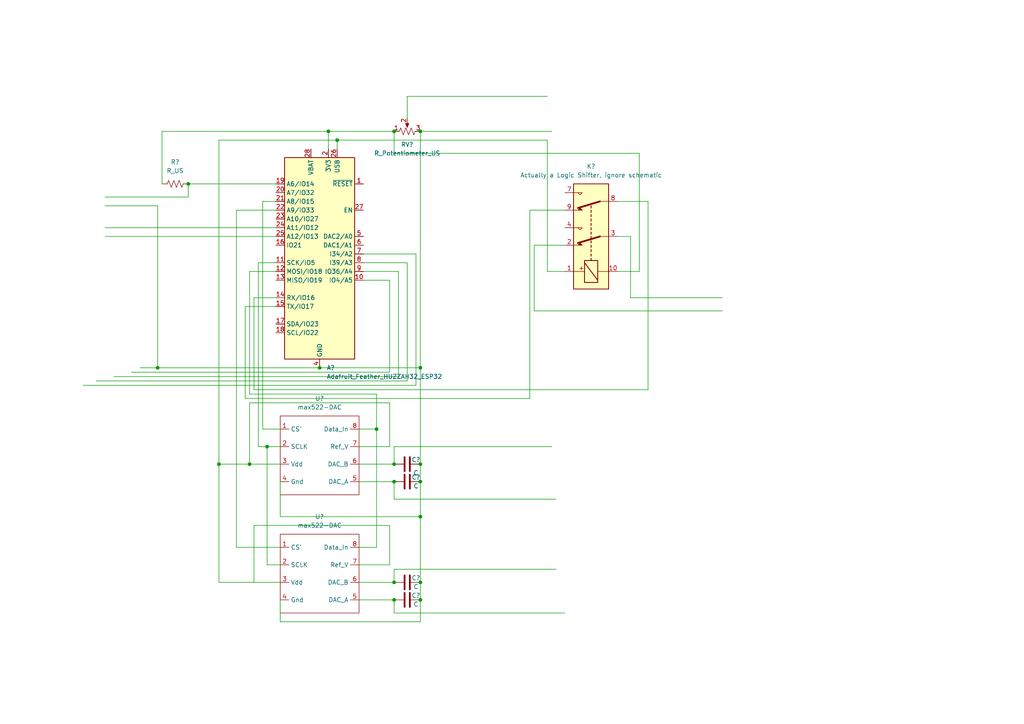
<source format=kicad_sch>
(kicad_sch (version 20211123) (generator eeschema)
  (paper "A4")
  (lib_symbols
    (symbol "Device:C" (pin_numbers hide) (pin_names (offset 0.254))
      (property "Reference" "C" (at 0.635 2.54 0))
      (property "Value" "C" (at 0.635 -2.54 0))
      (symbol "C_0_1"
        (polyline (pts (xy -2.032 -0.762) (xy 2.032 -0.762)) (stroke (width 0.508)))
        (polyline (pts (xy -2.032 0.762) (xy 2.032 0.762)) (stroke (width 0.508)))
      )
      (symbol "C_1_1"
        (pin passive line (at 0 3.81 270) (length 2.794) (name "~") (number "1"))
        (pin passive line (at 0 -3.81 90) (length 2.794) (name "~") (number "2"))
      )
    )
    (symbol "Device:R_Potentiometer_US" (pin_names (offset 1.016) hide)
      (property "Reference" "RV" (at -4.445 0 90))
      (property "Value" "R_Potentiometer_US" (at -2.54 0 90))
      (symbol "R_Potentiometer_US_0_1"
        (polyline (pts (xy 0 -2.286) (xy 0 -2.54)))
        (polyline (pts (xy 0 2.54) (xy 0 2.286)))
        (polyline (pts (xy 2.54 0) (xy 1.524 0)))
        (polyline (pts (xy 1.143 0) (xy 2.286 0.508) (xy 2.286 -0.508) (xy 1.143 0)) (fill (type outline)))
        (polyline (pts (xy 0 -0.762) (xy 1.016 -1.143) (xy 0 -1.524) (xy -1.016 -1.905) (xy 0 -2.286)))
        (polyline (pts (xy 0 0.762) (xy 1.016 0.381) (xy 0 0) (xy -1.016 -0.381) (xy 0 -0.762)))
        (polyline (pts (xy 0 2.286) (xy 1.016 1.905) (xy 0 1.524) (xy -1.016 1.143) (xy 0 0.762)))
      )
      (symbol "R_Potentiometer_US_1_1"
        (pin passive line (at 0 3.81 270) (length 1.27) (name "1") (number "1"))
        (pin passive line (at 3.81 0 180) (length 1.27) (name "2") (number "2"))
        (pin passive line (at 0 -3.81 90) (length 1.27) (name "3") (number "3"))
      )
    )
    (symbol "Device:R_US" (pin_numbers hide) (pin_names (offset 0))
      (property "Reference" "R" (at 2.54 0 90))
      (property "Value" "R_US" (at -2.54 0 90))
      (symbol "R_US_0_1"
        (polyline (pts (xy 0 -2.286) (xy 0 -2.54)))
        (polyline (pts (xy 0 2.286) (xy 0 2.54)))
        (polyline (pts (xy 0 -0.762) (xy 1.016 -1.143) (xy 0 -1.524) (xy -1.016 -1.905) (xy 0 -2.286)))
        (polyline (pts (xy 0 0.762) (xy 1.016 0.381) (xy 0 0) (xy -1.016 -0.381) (xy 0 -0.762)))
        (polyline (pts (xy 0 2.286) (xy 1.016 1.905) (xy 0 1.524) (xy -1.016 1.143) (xy 0 0.762)))
      )
      (symbol "R_US_1_1"
        (pin passive line (at 0 3.81 270) (length 1.27) (name "~") (number "1"))
        (pin passive line (at 0 -3.81 90) (length 1.27) (name "~") (number "2"))
      )
    )
    (symbol "MCU_Module:Adafruit_Feather_HUZZAH32_ESP32"
      (property "Reference" "A" (at -10.16 29.21 0))
      (property "Value" "Adafruit_Feather_HUZZAH32_ESP32" (at 2.54 -31.75 0))
      (symbol "Adafruit_Feather_HUZZAH32_ESP32_0_1"
        (rectangle (start -10.16 27.94) (end 10.16 -30.48) (stroke (width 0.254)) (fill (type background)))
      )
      (symbol "Adafruit_Feather_HUZZAH32_ESP32_1_1"
        (pin input line (at 12.7 20.32 180) (length 2.54) (name "~{RESET}") (number "1"))
        (pin bidirectional line (at 12.7 -7.62 180) (length 2.54) (name "IO4/A5") (number "10"))
        (pin bidirectional line (at -12.7 -2.54 0) (length 2.54) (name "SCK/IO5") (number "11"))
        (pin bidirectional line (at -12.7 -5.08 0) (length 2.54) (name "MOSI/IO18") (number "12"))
        (pin bidirectional line (at -12.7 -7.62 0) (length 2.54) (name "MISO/IO19") (number "13"))
        (pin bidirectional line (at -12.7 -12.7 0) (length 2.54) (name "RX/IO16") (number "14"))
        (pin bidirectional line (at -12.7 -15.24 0) (length 2.54) (name "TX/IO17") (number "15"))
        (pin bidirectional line (at -12.7 2.54 0) (length 2.54) (name "IO21") (number "16"))
        (pin bidirectional line (at -12.7 -20.32 0) (length 2.54) (name "SDA/IO23") (number "17"))
        (pin bidirectional line (at -12.7 -22.86 0) (length 2.54) (name "SCL/IO22") (number "18"))
        (pin bidirectional line (at -12.7 20.32 0) (length 2.54) (name "A6/IO14") (number "19"))
        (pin power_in line (at 2.54 30.48 270) (length 2.54) (name "3V3") (number "2"))
        (pin bidirectional line (at -12.7 17.78 0) (length 2.54) (name "A7/IO32") (number "20"))
        (pin bidirectional line (at -12.7 15.24 0) (length 2.54) (name "A8/IO15") (number "21"))
        (pin bidirectional line (at -12.7 12.7 0) (length 2.54) (name "A9/IO33") (number "22"))
        (pin bidirectional line (at -12.7 10.16 0) (length 2.54) (name "A10/IO27") (number "23"))
        (pin bidirectional line (at -12.7 7.62 0) (length 2.54) (name "A11/IO12") (number "24"))
        (pin bidirectional line (at -12.7 5.08 0) (length 2.54) (name "A12/IO13") (number "25"))
        (pin power_in line (at 5.08 30.48 270) (length 2.54) (name "USB") (number "26"))
        (pin input line (at 12.7 12.7 180) (length 2.54) (name "EN") (number "27"))
        (pin power_in line (at -2.54 30.48 270) (length 2.54) (name "VBAT") (number "28"))
        (pin no_connect line (at 10.16 10.16 180) (length 2.54) hide (name "NC") (number "3"))
        (pin power_in line (at 0 -33.02 90) (length 2.54) (name "GND") (number "4"))
        (pin bidirectional line (at 12.7 5.08 180) (length 2.54) (name "DAC2/A0") (number "5"))
        (pin bidirectional line (at 12.7 2.54 180) (length 2.54) (name "DAC1/A1") (number "6"))
        (pin bidirectional line (at 12.7 0 180) (length 2.54) (name "I34/A2") (number "7"))
        (pin bidirectional line (at 12.7 -2.54 180) (length 2.54) (name "I39/A3") (number "8"))
        (pin bidirectional line (at 12.7 -5.08 180) (length 2.54) (name "IO36/A4") (number "9"))
      )
    )
    (symbol "Relay:FRT5"
      (property "Reference" "K" (at 16.51 3.81 0))
      (property "Value" "FRT5" (at 16.51 1.27 0))
      (symbol "FRT5_0_0"
        (text "+" (at -9.271 2.921 0) (effects (font (size 1.27 1.27))))
      )
      (symbol "FRT5_0_1"
        (rectangle (start -15.24 5.08) (end 15.24 -5.08) (stroke (width 0.254)) (fill (type background)))
        (rectangle (start -13.335 1.905) (end -6.985 -1.905) (stroke (width 0.254)))
        (polyline (pts (xy -12.7 -1.905) (xy -7.62 1.905)) (stroke (width 0.254)))
        (polyline (pts (xy -10.16 -5.08) (xy -10.16 -1.905)))
        (polyline (pts (xy -10.16 5.08) (xy -10.16 1.905)))
        (polyline (pts (xy -6.985 0) (xy -6.35 0)) (stroke (width 0.254)))
        (polyline (pts (xy -5.715 0) (xy -5.08 0)) (stroke (width 0.254)))
        (polyline (pts (xy -4.445 0) (xy -3.81 0)) (stroke (width 0.254)))
        (polyline (pts (xy -3.175 0) (xy -2.54 0)) (stroke (width 0.254)))
        (polyline (pts (xy -1.905 0) (xy -1.27 0)) (stroke (width 0.254)))
        (polyline (pts (xy -0.635 0) (xy 0 0)) (stroke (width 0.254)))
        (polyline (pts (xy 0 -2.54) (xy -1.905 3.81)) (stroke (width 0.508)))
        (polyline (pts (xy 0 -2.54) (xy 0 -5.08)))
        (polyline (pts (xy 0.635 0) (xy 1.27 0)) (stroke (width 0.254)))
        (polyline (pts (xy 1.905 0) (xy 2.54 0)) (stroke (width 0.254)))
        (polyline (pts (xy 3.175 0) (xy 3.81 0)) (stroke (width 0.254)))
        (polyline (pts (xy 4.445 0) (xy 5.08 0)) (stroke (width 0.254)))
        (polyline (pts (xy 5.715 0) (xy 6.35 0)) (stroke (width 0.254)))
        (polyline (pts (xy 6.985 0) (xy 7.62 0)) (stroke (width 0.254)))
        (polyline (pts (xy 8.255 0) (xy 8.89 0)) (stroke (width 0.254)))
        (polyline (pts (xy 10.16 -2.54) (xy 8.255 3.81)) (stroke (width 0.508)))
        (polyline (pts (xy 10.16 -2.54) (xy 10.16 -5.08)))
        (polyline (pts (xy -2.54 5.08) (xy -2.54 2.54) (xy -1.905 3.175) (xy -2.54 3.81)) (fill (type outline)))
        (polyline (pts (xy 2.54 5.08) (xy 2.54 2.54) (xy 1.905 3.175) (xy 2.54 3.81)))
        (polyline (pts (xy 7.62 5.08) (xy 7.62 2.54) (xy 8.255 3.175) (xy 7.62 3.81)) (fill (type outline)))
        (polyline (pts (xy 12.7 5.08) (xy 12.7 2.54) (xy 12.065 3.175) (xy 12.7 3.81)))
      )
      (symbol "FRT5_1_1"
        (pin passive line (at -10.16 7.62 270) (length 2.54) (name "~") (number "1"))
        (pin passive line (at -10.16 -7.62 90) (length 2.54) (name "~") (number "10"))
        (pin passive line (at -2.54 7.62 270) (length 2.54) (name "~") (number "2"))
        (pin passive line (at 0 -7.62 90) (length 2.54) (name "~") (number "3"))
        (pin passive line (at 2.54 7.62 270) (length 2.54) (name "~") (number "4"))
        (pin passive line (at 12.7 7.62 270) (length 2.54) (name "~") (number "7"))
        (pin passive line (at 10.16 -7.62 90) (length 2.54) (name "~") (number "8"))
        (pin passive line (at 7.62 7.62 270) (length 2.54) (name "~") (number "9"))
      )
    )
    (symbol "custom:max522-DAC"
      (property "Reference" "U" (at 0 0 0))
      (property "Value" "max522-DAC" (at 0 0 0))
      (symbol "max522-DAC_0_1"
        (rectangle (start -11.43 16.51) (end 11.43 -6.35))
      )
      (symbol "max522-DAC_1_1"
        (pin input line (at -11.43 12.7 0) (length 2.54) (name "CS'") (number "1"))
        (pin input line (at -11.43 7.62 0) (length 2.54) (name "SCLK") (number "2"))
        (pin power_in line (at -11.43 2.54 0) (length 2.54) (name "Vdd") (number "3"))
        (pin power_in line (at -11.43 -2.54 0) (length 2.54) (name "Gnd") (number "4"))
        (pin output line (at 11.43 -2.54 180) (length 2.54) (name "DAC_A") (number "5"))
        (pin output line (at 11.43 2.54 180) (length 2.54) (name "DAC_B") (number "6"))
        (pin input line (at 11.43 7.62 180) (length 2.54) (name "Ref_V") (number "7"))
        (pin input line (at 11.43 12.7 180) (length 2.54) (name "Data_In") (number "8"))
      )
    )
  )
  (junction (at 121.92 38.1))
  (junction (at 54.61 53.34))
  (junction (at 121.92 139.7))
  (junction (at 121.92 149.86))
  (junction (at 77.47 129.54))
  (junction (at 121.92 173.99))
  (junction (at 121.92 106.68))
  (junction (at 114.3 38.1))
  (junction (at 121.92 168.91))
  (junction (at 72.39 134.62))
  (junction (at 63.5 134.62))
  (junction (at 114.3 168.91))
  (junction (at 121.92 134.62))
  (junction (at 95.25 38.1))
  (junction (at 114.3 139.7))
  (junction (at 114.3 134.62))
  (junction (at 45.72 106.68))
  (junction (at 114.3 173.99))
  (junction (at 97.79 40.64))
  (junction (at 92.71 106.68))
  (junction (at 109.22 124.46))
  (wire (pts (xy 113.03 107.95) (xy 38.1 107.95)))
  (wire (pts (xy 74.93 76.2) (xy 74.93 129.54)))
  (wire (pts (xy 40.64 106.68) (xy 45.72 106.68)))
  (wire (pts (xy 77.47 163.83) (xy 81.28 163.83)))
  (wire (pts (xy 154.94 71.12) (xy 154.94 90.17)))
  (wire (pts (xy 163.83 60.96) (xy 153.67 60.96)))
  (wire (pts (xy 114.3 134.62) (xy 114.3 129.54)))
  (wire (pts (xy 114.3 134.62) (xy 104.14 134.62)))
  (wire (pts (xy 80.01 76.2) (xy 74.93 76.2)))
  (wire (pts (xy 118.11 76.2) (xy 118.11 110.49)))
  (wire (pts (xy 63.5 40.64) (xy 63.5 134.62)))
  (wire (pts (xy 105.41 78.74) (xy 115.57 78.74)))
  (wire (pts (xy 120.65 111.76) (xy 24.13 111.76)))
  (wire (pts (xy 113.03 152.4) (xy 73.66 152.4)))
  (wire (pts (xy 71.12 115.57) (xy 153.67 115.57)))
  (wire (pts (xy 104.14 129.54) (xy 113.03 129.54)))
  (wire (pts (xy 120.65 73.66) (xy 120.65 111.76)))
  (wire (pts (xy 114.3 44.45) (xy 185.42 44.45)))
  (wire (pts (xy 114.3 38.1) (xy 114.3 44.45)))
  (wire (pts (xy 81.28 173.99) (xy 81.28 180.34)))
  (wire (pts (xy 109.22 158.75) (xy 109.22 124.46)))
  (wire (pts (xy 179.07 68.58) (xy 182.88 68.58)))
  (wire (pts (xy 121.92 173.99) (xy 121.92 180.34)))
  (wire (pts (xy 68.58 158.75) (xy 81.28 158.75)))
  (wire (pts (xy 72.39 114.3) (xy 109.22 114.3)))
  (wire (pts (xy 114.3 168.91) (xy 114.3 165.1)))
  (wire (pts (xy 115.57 109.22) (xy 33.02 109.22)))
  (wire (pts (xy 76.2 58.42) (xy 76.2 124.46)))
  (wire (pts (xy 63.5 40.64) (xy 97.79 40.64)))
  (wire (pts (xy 95.25 38.1) (xy 114.3 38.1)))
  (wire (pts (xy 182.88 86.36) (xy 209.55 86.36)))
  (wire (pts (xy 71.12 88.9) (xy 71.12 115.57)))
  (wire (pts (xy 81.28 139.7) (xy 81.28 149.86)))
  (wire (pts (xy 63.5 168.91) (xy 81.28 168.91)))
  (wire (pts (xy 121.92 38.1) (xy 160.02 38.1)))
  (wire (pts (xy 182.88 68.58) (xy 182.88 86.36)))
  (wire (pts (xy 45.72 106.68) (xy 45.72 59.69)))
  (wire (pts (xy 80.01 60.96) (xy 68.58 60.96)))
  (wire (pts (xy 121.92 139.7) (xy 121.92 149.86)))
  (wire (pts (xy 114.3 177.8) (xy 163.83 177.8)))
  (wire (pts (xy 46.99 38.1) (xy 46.99 53.34)))
  (wire (pts (xy 185.42 44.45) (xy 185.42 78.74)))
  (wire (pts (xy 68.58 60.96) (xy 68.58 158.75)))
  (wire (pts (xy 114.3 144.78) (xy 161.29 144.78)))
  (wire (pts (xy 114.3 173.99) (xy 104.14 173.99)))
  (wire (pts (xy 185.42 78.74) (xy 179.07 78.74)))
  (wire (pts (xy 73.66 113.03) (xy 187.96 113.03)))
  (wire (pts (xy 45.72 106.68) (xy 92.71 106.68)))
  (wire (pts (xy 97.79 40.64) (xy 97.79 43.18)))
  (wire (pts (xy 114.3 173.99) (xy 114.3 177.8)))
  (wire (pts (xy 114.3 139.7) (xy 104.14 139.7)))
  (wire (pts (xy 72.39 78.74) (xy 72.39 114.3)))
  (wire (pts (xy 121.92 134.62) (xy 121.92 139.7)))
  (wire (pts (xy 118.11 34.29) (xy 118.11 27.94)))
  (wire (pts (xy 72.39 116.84) (xy 72.39 134.62)))
  (wire (pts (xy 158.75 78.74) (xy 163.83 78.74)))
  (wire (pts (xy 80.01 78.74) (xy 72.39 78.74)))
  (wire (pts (xy 104.14 163.83) (xy 113.03 163.83)))
  (wire (pts (xy 76.2 124.46) (xy 81.28 124.46)))
  (wire (pts (xy 80.01 58.42) (xy 76.2 58.42)))
  (wire (pts (xy 73.66 86.36) (xy 73.66 113.03)))
  (wire (pts (xy 80.01 86.36) (xy 73.66 86.36)))
  (wire (pts (xy 54.61 53.34) (xy 54.61 57.15)))
  (wire (pts (xy 95.25 38.1) (xy 46.99 38.1)))
  (wire (pts (xy 104.14 158.75) (xy 109.22 158.75)))
  (wire (pts (xy 80.01 68.58) (xy 30.48 68.58)))
  (wire (pts (xy 81.28 180.34) (xy 121.92 180.34)))
  (wire (pts (xy 77.47 129.54) (xy 77.47 163.83)))
  (wire (pts (xy 114.3 129.54) (xy 160.02 129.54)))
  (wire (pts (xy 97.79 40.64) (xy 158.75 40.64)))
  (wire (pts (xy 72.39 134.62) (xy 81.28 134.62)))
  (wire (pts (xy 109.22 124.46) (xy 104.14 124.46)))
  (wire (pts (xy 95.25 43.18) (xy 95.25 38.1)))
  (wire (pts (xy 114.3 168.91) (xy 104.14 168.91)))
  (wire (pts (xy 121.92 149.86) (xy 121.92 168.91)))
  (wire (pts (xy 92.71 106.68) (xy 121.92 106.68)))
  (wire (pts (xy 113.03 116.84) (xy 72.39 116.84)))
  (wire (pts (xy 153.67 60.96) (xy 153.67 115.57)))
  (wire (pts (xy 30.48 57.15) (xy 54.61 57.15)))
  (wire (pts (xy 121.92 106.68) (xy 121.92 134.62)))
  (wire (pts (xy 30.48 66.04) (xy 80.01 66.04)))
  (wire (pts (xy 81.28 149.86) (xy 121.92 149.86)))
  (wire (pts (xy 121.92 168.91) (xy 121.92 173.99)))
  (wire (pts (xy 80.01 88.9) (xy 71.12 88.9)))
  (wire (pts (xy 54.61 53.34) (xy 80.01 53.34)))
  (wire (pts (xy 73.66 152.4) (xy 73.66 168.91)))
  (wire (pts (xy 118.11 27.94) (xy 158.75 27.94)))
  (wire (pts (xy 27.94 110.49) (xy 118.11 110.49)))
  (wire (pts (xy 114.3 139.7) (xy 114.3 144.78)))
  (wire (pts (xy 63.5 134.62) (xy 63.5 168.91)))
  (wire (pts (xy 113.03 81.28) (xy 113.03 107.95)))
  (wire (pts (xy 74.93 129.54) (xy 77.47 129.54)))
  (wire (pts (xy 113.03 129.54) (xy 113.03 116.84)))
  (wire (pts (xy 109.22 114.3) (xy 109.22 124.46)))
  (wire (pts (xy 63.5 134.62) (xy 72.39 134.62)))
  (wire (pts (xy 187.96 113.03) (xy 187.96 58.42)))
  (wire (pts (xy 121.92 38.1) (xy 121.92 106.68)))
  (wire (pts (xy 105.41 81.28) (xy 113.03 81.28)))
  (wire (pts (xy 114.3 165.1) (xy 161.29 165.1)))
  (wire (pts (xy 187.96 58.42) (xy 179.07 58.42)))
  (wire (pts (xy 154.94 90.17) (xy 209.55 90.17)))
  (wire (pts (xy 163.83 71.12) (xy 154.94 71.12)))
  (wire (pts (xy 81.28 129.54) (xy 77.47 129.54)))
  (wire (pts (xy 113.03 163.83) (xy 113.03 152.4)))
  (wire (pts (xy 105.41 76.2) (xy 118.11 76.2)))
  (wire (pts (xy 158.75 40.64) (xy 158.75 78.74)))
  (wire (pts (xy 45.72 59.69) (xy 30.48 59.69)))
  (wire (pts (xy 115.57 78.74) (xy 115.57 109.22)))
  (wire (pts (xy 105.41 73.66) (xy 120.65 73.66)))
  (symbol (lib_id "Device:C") (at 118.11 168.91 270) (unit 1)
    (property "Reference" "C?" (at 120.65 167.64 90))
    (property "Value" "C" (at 120.65 170.18 90))
  )
  (symbol (lib_id "Device:R_Potentiometer_US") (at 118.11 38.1 90) (unit 1)
    (property "Reference" "RV?" (at 118.11 41.91 90))
    (property "Value" "R_Potentiometer_US" (at 118.11 44.45 90))
  )
  (symbol (lib_id "custom:max522-DAC") (at 92.71 171.45 0) (unit 1)
    (property "Reference" "U?" (at 92.71 149.86 0))
    (property "Value" "max522-DAC" (at 92.71 152.4 0))
    (property "Footprint" "Package_DIP:DIP-8_W7.62mm" (effects hide))
    (property "Datasheet" "https://datasheets.maximintegrated.com/en/ds/MAX522.pdf" (effects hide))
  )
  (symbol (lib_id "custom:max522-DAC") (at 92.71 137.16 0) (unit 1)
    (property "Reference" "U?" (at 92.71 115.57 0))
    (property "Value" "max522-DAC" (at 92.71 118.11 0))
    (property "Footprint" "Package_DIP:DIP-8_W7.62mm" (effects hide))
    (property "Datasheet" "https://datasheets.maximintegrated.com/en/ds/MAX522.pdf" (effects hide))
  )
  (symbol (lib_id "Device:C") (at 118.11 134.62 270) (unit 1)
    (property "Reference" "C?" (at 120.65 133.35 90))
    (property "Value" "C" (at 120.65 137.16 90))
  )
  (symbol (lib_id "Device:C") (at 118.11 173.99 270) (unit 1)
    (property "Reference" "C?" (at 120.65 172.72 90))
    (property "Value" "C" (at 120.65 175.26 90))
  )
  (symbol (lib_id "Relay:FRT5") (at 171.45 68.58 90) (unit 1)
    (property "Reference" "K?" (at 171.45 48.26 90))
    (property "Value" "Actually a Logic Shifter, ignore schematic" (at 171.45 50.8 90))
    (property "Footprint" "Package_DIP:DIP-10_W7.62mm" (effects hide))
    (property "Datasheet" "https://www.elpro.org/de/index.php?controller=attachment&id_attachment=8663" (effects hide))
  )
  (symbol (lib_id "Device:C") (at 118.11 139.7 270) (unit 1)
    (property "Reference" "C?" (at 120.65 138.43 90))
    (property "Value" "C" (at 120.65 140.97 90))
  )
  (symbol (lib_id "Device:R_US") (at 50.8 53.34 270) (unit 1)
    (property "Reference" "R?" (at 50.8 46.99 90))
    (property "Value" "R_US" (at 50.8 49.53 90))
  )
  (symbol (lib_id "MCU_Module:Adafruit_Feather_HUZZAH32_ESP32") (at 92.71 73.66 0) (unit 1)
    (property "Reference" "A?" (at 94.7294 106.68 0) (effects (justify left)))
    (property "Value" "Adafruit_Feather_HUZZAH32_ESP32" (at 94.7294 109.22 0) (effects (justify left)))
    (property "Footprint" "Module:Adafruit_Feather" (effects hide))
    (property "Datasheet" "https://cdn-learn.adafruit.com/downloads/pdf/adafruit-huzzah32-esp32-feather.pdf" (effects hide))
  )
)
</source>
